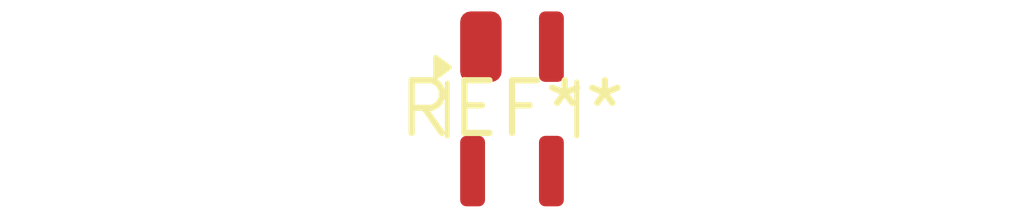
<source format=kicad_pcb>
(kicad_pcb (version 20240108) (generator pcbnew)
  (layers (0 "F.Cu" signal) (31 "B.Cu" signal) (34 "B.Paste" user) (35 "F.Paste" user) (36 "B.SilkS" user "B.Silkscreen") (37 "F.SilkS" user "F.Silkscreen") (38 "B.Mask" user) (39 "F.Mask" user) (44 "Edge.Cuts" user))
  (net 0 "")
  (footprint "SOT-143R_Handsoldering" (layer "F.Cu") (at 0 0)
    (property "Reference" "REF**")
    (property "Value" "SOT-143R_Handsoldering")
    (fp_line (start -1.56 0.65) (end -1.56 -0.62) (layer "F.SilkS") (stroke (width 0.12)))
    (fp_line (start 1.56 0.65) (end 1.56 -0.65) (layer "F.SilkS") (stroke (width 0.12)))
    (fp_poly (pts (xy -1.51 -1) (xy -1.84 -1.24) (xy -1.84 -0.76) (xy -1.51 -1)) (layer "F.SilkS") (stroke (width 0.12)) (fill solid))
    (pad "1" smd roundrect (at -0.75 -1.5 90) (size 1.7 1) (layers "F.Cu" "F.Paste" "F.Mask"))
    (pad "2" smd roundrect (at 0.95 -1.5 90) (size 1.7 0.6) (layers "F.Cu" "F.Paste" "F.Mask"))
    (pad "3" smd roundrect (at 0.95 1.5 90) (size 1.7 0.6) (layers "F.Cu" "F.Paste" "F.Mask"))
    (pad "4" smd roundrect (at -0.95 1.5 90) (size 1.7 0.6) (layers "F.Cu" "F.Paste" "F.Mask"))
  )
)
</source>
